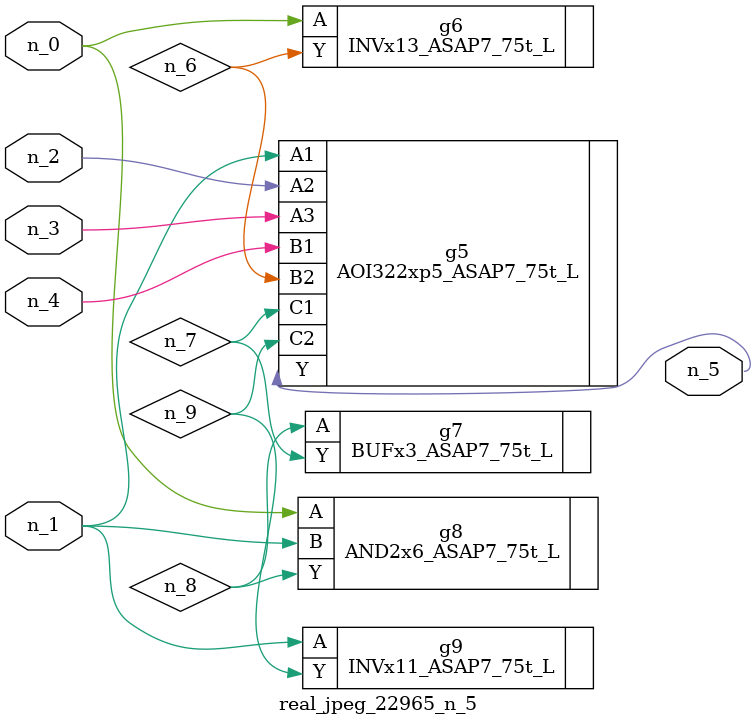
<source format=v>
module real_jpeg_22965_n_5 (n_4, n_0, n_1, n_2, n_3, n_5);

input n_4;
input n_0;
input n_1;
input n_2;
input n_3;

output n_5;

wire n_8;
wire n_6;
wire n_7;
wire n_9;

INVx13_ASAP7_75t_L g6 ( 
.A(n_0),
.Y(n_6)
);

AND2x6_ASAP7_75t_L g8 ( 
.A(n_0),
.B(n_1),
.Y(n_8)
);

AOI322xp5_ASAP7_75t_L g5 ( 
.A1(n_1),
.A2(n_2),
.A3(n_3),
.B1(n_4),
.B2(n_6),
.C1(n_7),
.C2(n_9),
.Y(n_5)
);

INVx11_ASAP7_75t_L g9 ( 
.A(n_1),
.Y(n_9)
);

BUFx3_ASAP7_75t_L g7 ( 
.A(n_8),
.Y(n_7)
);


endmodule
</source>
